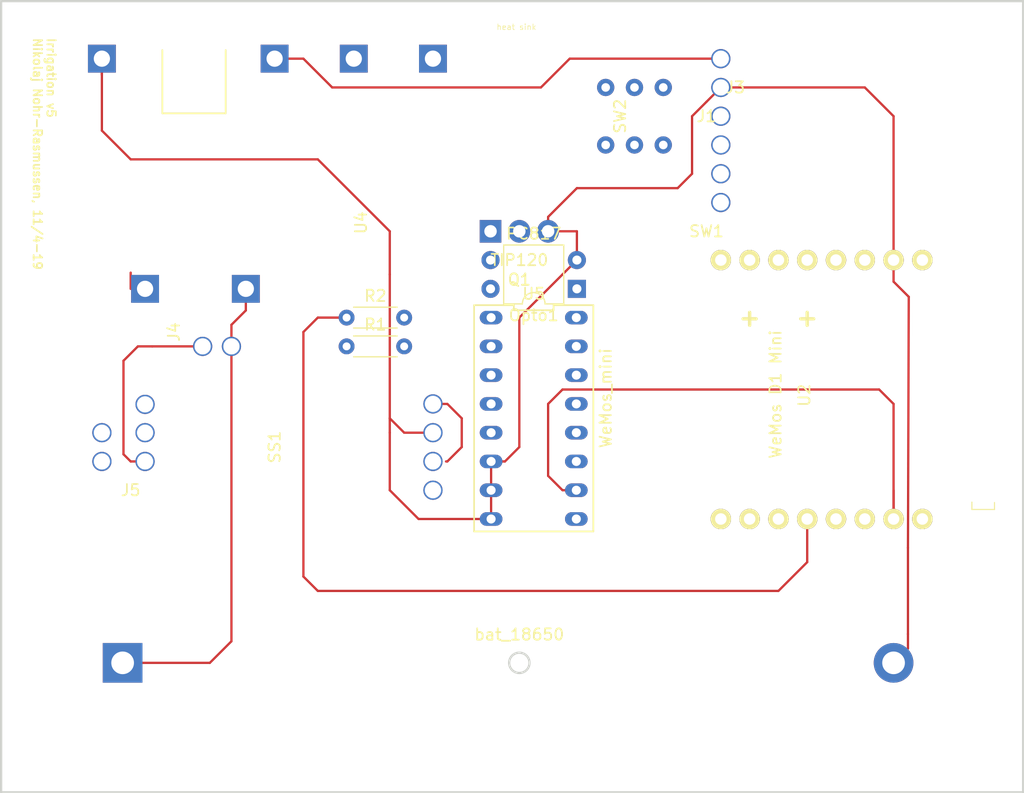
<source format=kicad_pcb>
(kicad_pcb (version 20171130) (host pcbnew "(5.0.2)-1")

  (general
    (thickness 1.6)
    (drawings 20)
    (tracks 195)
    (zones 0)
    (modules 15)
    (nets 19)
  )

  (page A4)
  (layers
    (0 "Black_(GND)" power)
    (1 "Blue_(signal_1)" signal hide)
    (2 "Yellow_(signal_2)" signal)
    (3 "Yellow2_(signal)" signal hide)
    (4 "Blue2_(signal)" signal hide)
    (31 "Red_(Power)" power hide)
    (32 B.Adhes user hide)
    (33 F.Adhes user hide)
    (34 B.Paste user)
    (35 F.Paste user)
    (36 B.SilkS user)
    (37 F.SilkS user)
    (38 B.Mask user hide)
    (39 F.Mask user hide)
    (40 Dwgs.User user hide)
    (41 Cmts.User user hide)
    (42 Eco1.User user hide)
    (43 Eco2.User user hide)
    (44 Edge.Cuts user)
    (45 Margin user)
    (46 B.CrtYd user hide)
    (47 F.CrtYd user)
    (48 B.Fab user hide)
    (49 F.Fab user hide)
  )

  (setup
    (last_trace_width 0.2)
    (trace_clearance 0.2)
    (zone_clearance 0.508)
    (zone_45_only no)
    (trace_min 0.2)
    (segment_width 0.2)
    (edge_width 0.2)
    (via_size 0.8)
    (via_drill 0.4)
    (via_min_size 0.4)
    (via_min_drill 0.3)
    (uvia_size 0.3)
    (uvia_drill 0.1)
    (uvias_allowed no)
    (uvia_min_size 0.2)
    (uvia_min_drill 0.1)
    (pcb_text_width 0.3)
    (pcb_text_size 1.5 1.5)
    (mod_edge_width 0.15)
    (mod_text_size 1 1)
    (mod_text_width 0.15)
    (pad_size 1.5 1.5)
    (pad_drill 0.6)
    (pad_to_mask_clearance 0)
    (solder_mask_min_width 0.25)
    (aux_axis_origin 0 0)
    (visible_elements 7FFFFFFF)
    (pcbplotparams
      (layerselection 0x090f0_7fffffe5)
      (usegerberextensions true)
      (usegerberattributes false)
      (usegerberadvancedattributes false)
      (creategerberjobfile false)
      (excludeedgelayer true)
      (linewidth 0.100000)
      (plotframeref false)
      (viasonmask false)
      (mode 1)
      (useauxorigin false)
      (hpglpennumber 1)
      (hpglpenspeed 20)
      (hpglpendiameter 15.000000)
      (psnegative false)
      (psa4output false)
      (plotreference true)
      (plotvalue true)
      (plotinvisibletext false)
      (padsonsilk true)
      (subtractmaskfromsilk false)
      (outputformat 1)
      (mirror false)
      (drillshape 0)
      (scaleselection 1)
      (outputdirectory "./"))
  )

  (net 0 "")
  (net 1 GND)
  (net 2 "Net-(J3-Pad2)")
  (net 3 "Net-(J3-Pad1)")
  (net 4 "Net-(Q1-Pad1)")
  (net 5 "Net-(SW1-Pad1)")
  (net 6 "Net-(Opto1-Pad1)")
  (net 7 "Net-(J1-Pad2)")
  (net 8 "Net-(R2-Pad1)")
  (net 9 "Net-(SW2-Pad2)")
  (net 10 "Net-(SW2-Pad1)")
  (net 11 "Net-(R1-Pad2)")
  (net 12 "Net-(SS1-PadA0)")
  (net 13 "Net-(U2-Pad15)")
  (net 14 "Net-(U2-Pad14)")
  (net 15 "Net-(U2-Pad10)")
  (net 16 "Net-(J4-Pad2)")
  (net 17 "Net-(J5-Pad2)")
  (net 18 "Net-(J5-Pad3)")

  (net_class Default "This is the default net class."
    (clearance 0.2)
    (trace_width 0.2)
    (via_dia 0.8)
    (via_drill 0.4)
    (uvia_dia 0.3)
    (uvia_drill 0.1)
    (add_net GND)
    (add_net "Net-(J1-Pad2)")
    (add_net "Net-(J3-Pad1)")
    (add_net "Net-(J3-Pad2)")
    (add_net "Net-(J4-Pad2)")
    (add_net "Net-(J5-Pad2)")
    (add_net "Net-(J5-Pad3)")
    (add_net "Net-(Opto1-Pad1)")
    (add_net "Net-(Q1-Pad1)")
    (add_net "Net-(R1-Pad2)")
    (add_net "Net-(R2-Pad1)")
    (add_net "Net-(SS1-PadA0)")
    (add_net "Net-(SW1-Pad1)")
    (add_net "Net-(SW2-Pad1)")
    (add_net "Net-(SW2-Pad2)")
    (add_net "Net-(U2-Pad10)")
    (add_net "Net-(U2-Pad14)")
    (add_net "Net-(U2-Pad15)")
  )

  (module footprint:BatteryHolder_MPD_BH-18650-PC2_v4 (layer "Black_(GND)") (tedit 5CAF9A70) (tstamp 5CAF9B3B)
    (at 63.5 76.2)
    (descr "18650 Battery Holder (http://www.memoryprotectiondevices.com/datasheets/BK-18650-PC2-datasheet.pdf)")
    (tags "18650 Battery Holder")
    (path /5C9C0D4A)
    (fp_text reference bat_18650 (at 0 -2.5) (layer F.SilkS)
      (effects (font (size 1 1) (thickness 0.15)))
    )
    (fp_text value Battery_Cell (at 0 -4.8) (layer F.Fab)
      (effects (font (size 1 1) (thickness 0.15)))
    )
    (fp_line (start -38.1 -10.668) (end 35.56 -10.668) (layer F.CrtYd) (width 0.05))
    (fp_line (start -38.1 10.668) (end -38.1 -10.668) (layer F.CrtYd) (width 0.05))
    (fp_circle (center 0 0) (end -1.016 -0.508) (layer F.CrtYd) (width 0.05))
    (fp_line (start 35.56 10.668) (end 35.56 -10.668) (layer F.CrtYd) (width 0.05))
    (fp_line (start -38.1 10.668) (end 35.56 10.668) (layer F.CrtYd) (width 0.05))
    (pad 2 thru_hole circle (at 33.02 0) (size 3.5 3.5) (drill 2) (layers *.Cu *.Mask)
      (net 1 GND))
    (pad 1 thru_hole rect (at -35 0) (size 3.5 3.5) (drill 2) (layers *.Cu *.Mask)
      (net 16 "Net-(J4-Pad2)"))
    (model ${KISYS3DMOD}/Battery.3dshapes/BatteryHolder_MPD_BH-18650-PC2.wrl
      (at (xyz 0 0 0))
      (scale (xyz 1 1 1))
      (rotate (xyz 0 0 0))
    )
  )

  (module footprint:onoff_push_button_2x3_pins_v2 (layer "Black_(GND)") (tedit 5CA30A07) (tstamp 5CA30AC7)
    (at 68.58 43.18 270)
    (path /5C938ACF)
    (fp_text reference SW2 (at -15.24 -3.81 270) (layer F.SilkS)
      (effects (font (size 1 1) (thickness 0.15)))
    )
    (fp_text value flash (at -15.24 -0.508 270) (layer F.Fab)
      (effects (font (size 1 1) (thickness 0.15)))
    )
    (fp_line (start -19.05 -8.89) (end -11.43 -8.89) (layer F.CrtYd) (width 0.15))
    (fp_line (start -11.43 -8.89) (end -11.43 -1.27) (layer F.CrtYd) (width 0.15))
    (fp_line (start -11.43 -1.27) (end -19.05 -1.27) (layer F.CrtYd) (width 0.15))
    (fp_line (start -19.05 -1.27) (end -19.05 -8.89) (layer F.CrtYd) (width 0.15))
    (fp_text user "Flash (down)" (at -21.844 -11.684) (layer F.Fab)
      (effects (font (size 1 1) (thickness 0.15)))
    )
    (fp_text user "Normal (up)" (at -21.844 1.016) (layer F.Fab)
      (effects (font (size 1 1) (thickness 0.15)))
    )
    (fp_line (start -17.78 -5.08) (end -21.59 -5.08) (layer F.Fab) (width 0.15))
    (fp_line (start -20.828 -5.08) (end -21.336 -5.08) (layer F.Fab) (width 0.15))
    (fp_line (start -20.32 -7.62) (end -17.78 -7.62) (layer F.Fab) (width 0.15))
    (fp_line (start -17.78 -2.54) (end -20.32 -2.54) (layer F.Fab) (width 0.15))
    (fp_circle (center -20.32 -7.62) (end -20.447 -7.6454) (layer F.Fab) (width 0.15))
    (fp_circle (center -20.3454 -2.54) (end -20.3962 -2.6416) (layer F.Fab) (width 0.15))
    (fp_circle (center -21.59 -5.08) (end -21.6916 -5.1054) (layer F.Fab) (width 0.15))
    (fp_line (start -21.59 -5.08) (end -22.86 -7.62) (layer F.Fab) (width 0.15))
    (fp_line (start -21.59 -5.08) (end -20.32 -2.54) (layer F.Fab) (width 0.05))
    (fp_text user "(1 and 2 connected when button up)" (at -16.51 -10.16 270) (layer F.CrtYd)
      (effects (font (size 0.5 0.5) (thickness 0.075)))
    )
    (pad 1 thru_hole circle (at -17.78 -7.62 270) (size 1.524 1.524) (drill 0.762) (layers *.Cu *.Mask)
      (net 10 "Net-(SW2-Pad1)"))
    (pad 2 thru_hole circle (at -17.78 -5.08 270) (size 1.524 1.524) (drill 0.762) (layers *.Cu *.Mask)
      (net 9 "Net-(SW2-Pad2)"))
    (pad NA thru_hole circle (at -12.7 -5.08 270) (size 1.524 1.524) (drill 0.762) (layers *.Cu *.Mask))
    (pad NA thru_hole circle (at -12.7 -7.62 270) (size 1.524 1.524) (drill 0.762) (layers *.Cu *.Mask))
    (pad NA thru_hole circle (at -12.7 -2.54 270) (size 1.524 1.524) (drill 0.762) (layers *.Cu *.Mask))
    (pad 3 thru_hole circle (at -17.78 -2.54 270) (size 1.524 1.524) (drill 0.762) (layers *.Cu *.Mask))
  )

  (module footprint:74HC4052_analogue_mux_v1 (layer "Black_(GND)") (tedit 5CA72754) (tstamp 5CA72CC3)
    (at 64.77 54.61 270)
    (path /5CAC48A2)
    (fp_text reference U5 (at -10.99 0) (layer F.SilkS)
      (effects (font (size 1 1) (thickness 0.15)))
    )
    (fp_text value CD4052B (at 0 0 270) (layer F.Fab)
      (effects (font (size 1 1) (thickness 0.15)))
    )
    (fp_line (start -10.15 5.4) (end -10.15 -5.4) (layer F.CrtYd) (width 0.05))
    (fp_line (start 10.15 5.4) (end -10.15 5.4) (layer F.CrtYd) (width 0.05))
    (fp_line (start 10.15 -5.4) (end 10.15 5.4) (layer F.CrtYd) (width 0.05))
    (fp_line (start -10.15 -5.4) (end 10.15 -5.4) (layer F.CrtYd) (width 0.05))
    (fp_line (start -9.99 1.753333) (end -9.99 5.259999) (layer F.SilkS) (width 0.15))
    (fp_line (start -9.54 1.753333) (end -9.99 1.753333) (layer F.SilkS) (width 0.15))
    (fp_line (start -9.54 -1.753333) (end -9.54 1.753333) (layer F.SilkS) (width 0.15))
    (fp_line (start -9.99 -1.753333) (end -9.54 -1.753333) (layer F.SilkS) (width 0.15))
    (fp_line (start -9.99 -5.26) (end -9.99 -1.753333) (layer F.SilkS) (width 0.15))
    (fp_line (start 9.99 -5.259999) (end -9.99 -5.26) (layer F.SilkS) (width 0.15))
    (fp_line (start 9.99 5.26) (end 9.99 -5.259999) (layer F.SilkS) (width 0.15))
    (fp_line (start -9.99 5.259999) (end 9.99 5.26) (layer F.SilkS) (width 0.15))
    (pad 8 thru_hole oval (at 8.89 3.76 270) (size 1.2 2) (drill 0.8) (layers *.Cu *.Mask)
      (net 1 GND))
    (pad 9 thru_hole oval (at 8.89 -3.76 270) (size 1.2 2) (drill 0.8) (layers *.Cu *.Mask)
      (net 14 "Net-(U2-Pad14)"))
    (pad 7 thru_hole oval (at 6.35 3.76 270) (size 1.2 2) (drill 0.8) (layers *.Cu *.Mask)
      (net 1 GND))
    (pad 10 thru_hole oval (at 6.35 -3.76 270) (size 1.2 2) (drill 0.8) (layers *.Cu *.Mask)
      (net 13 "Net-(U2-Pad15)"))
    (pad 6 thru_hole oval (at 3.81 3.76 270) (size 1.2 2) (drill 0.8) (layers *.Cu *.Mask)
      (net 1 GND))
    (pad 11 thru_hole oval (at 3.81 -3.76 270) (size 1.2 2) (drill 0.8) (layers *.Cu *.Mask))
    (pad 5 thru_hole oval (at 1.27 3.76 270) (size 1.2 2) (drill 0.8) (layers *.Cu *.Mask))
    (pad 12 thru_hole oval (at 1.27 -3.76 270) (size 1.2 2) (drill 0.8) (layers *.Cu *.Mask)
      (net 12 "Net-(SS1-PadA0)"))
    (pad 4 thru_hole oval (at -1.27 3.76 270) (size 1.2 2) (drill 0.8) (layers *.Cu *.Mask))
    (pad 13 thru_hole oval (at -1.27 -3.76 270) (size 1.2 2) (drill 0.8) (layers *.Cu *.Mask)
      (net 15 "Net-(U2-Pad10)"))
    (pad 3 thru_hole oval (at -3.81 3.76 270) (size 1.2 2) (drill 0.8) (layers *.Cu *.Mask))
    (pad 14 thru_hole oval (at -3.81 -3.76 270) (size 1.2 2) (drill 0.8) (layers *.Cu *.Mask)
      (net 11 "Net-(R1-Pad2)"))
    (pad 2 thru_hole oval (at -6.35 3.76 270) (size 1.2 2) (drill 0.8) (layers *.Cu *.Mask))
    (pad 15 thru_hole oval (at -6.35 -3.76 270) (size 1.2 2) (drill 0.8) (layers *.Cu *.Mask)
      (net 18 "Net-(J5-Pad3)"))
    (pad 1 thru_hole oval (at -8.89 3.76 270) (size 1.2 2) (drill 0.8) (layers *.Cu *.Mask))
    (pad 16 thru_hole oval (at -8.89 -3.76 270) (size 1.2 2) (drill 0.8) (layers *.Cu *.Mask)
      (net 17 "Net-(J5-Pad2)"))
  )

  (module footprint:2p_connector_v2 (layer "Black_(GND)") (tedit 5C9E8F0F) (tstamp 5C9BBC0A)
    (at 78.74 22.86 90)
    (path /5C4F9789)
    (fp_text reference J1 (at -5.08 1.27 180) (layer F.SilkS)
      (effects (font (size 1 1) (thickness 0.15)))
    )
    (fp_text value Sol (at -1.27 20.32 180) (layer F.Fab)
      (effects (font (size 1 1) (thickness 0.15)))
    )
    (fp_line (start -3.81 1.27) (end 1.27 1.27) (layer F.CrtYd) (width 0.15))
    (fp_line (start 1.27 1.27) (end 1.27 3.81) (layer F.CrtYd) (width 0.15))
    (fp_line (start 1.27 3.81) (end -3.81 3.81) (layer F.CrtYd) (width 0.15))
    (fp_line (start -3.81 3.81) (end -3.81 1.27) (layer F.CrtYd) (width 0.15))
    (pad 1 thru_hole circle (at -2.54 2.54 90) (size 1.7 1.7) (drill 1.43) (layers *.Cu *.Mask)
      (net 1 GND))
    (pad 2 thru_hole circle (at 0 2.54 90) (size 1.7 1.7) (drill 1.43) (layers *.Cu *.Mask)
      (net 7 "Net-(J1-Pad2)"))
  )

  (module wemos_d1_mini:D1_mini_board_v10 (layer "Black_(GND)") (tedit 5C9CC373) (tstamp 5C9BBEBB)
    (at 106.68 45.72 90)
    (path /5C4F9AC3)
    (fp_text reference U2 (at -6.858 -18.034 90) (layer F.SilkS)
      (effects (font (size 1 1) (thickness 0.15)))
    )
    (fp_text value WeMos_mini (at -7.112 -35.56 90) (layer F.SilkS)
      (effects (font (size 1 1) (thickness 0.15)))
    )
    (fp_text user "WeMos D1 Mini" (at -6.776942 -20.574 90) (layer F.SilkS)
      (effects (font (size 1 1) (thickness 0.15)))
    )
    (fp_line (start -3.597292 -5.442549) (end -10.736873 -5.442549) (layer F.CrtYd) (width 0.1))
    (fp_line (start -10.736873 -5.442549) (end -10.736873 0.371188) (layer F.CrtYd) (width 0.1))
    (fp_line (start -10.736873 0.371188) (end -3.597292 0.371188) (layer F.CrtYd) (width 0.1))
    (fp_line (start -3.597292 0.371188) (end -3.597292 -5.442549) (layer F.CrtYd) (width 0.1))
    (fp_line (start -16.28582 -3.248262) (end -16.938459 -3.248262) (layer F.SilkS) (width 0.1))
    (fp_line (start -16.938459 -3.248262) (end -16.938459 -1.255068) (layer F.SilkS) (width 0.1))
    (fp_line (start -16.938459 -1.255068) (end -16.321098 -1.255068) (layer F.SilkS) (width 0.1))
    (fp_line (start 6.604 1.016) (end -16.256 1.016) (layer F.CrtYd) (width 0.15))
    (fp_line (start -16.256 1.016) (end -16.256 -5.842) (layer F.CrtYd) (width 0.15))
    (fp_line (start -19.558 -5.842) (end -19.558 -34.544) (layer F.CrtYd) (width 0.15))
    (fp_line (start -19.558 -34.544) (end 6.604 -34.544) (layer F.CrtYd) (width 0.15))
    (fp_line (start 6.604 -34.544) (end 6.604 1.016) (layer F.CrtYd) (width 0.15))
    (fp_text user RST (at -22.016942 -25.654 90) (layer F.Fab)
      (effects (font (size 1 1) (thickness 0.15)))
    )
    (fp_text user 3V3 (at -22.016942 -7.874 90) (layer F.Fab)
      (effects (font (size 1 1) (thickness 0.15)))
    )
    (fp_text user 5V (at 8.463058 -7.874 90) (layer F.Fab)
      (effects (font (size 1 1) (thickness 0.15)))
    )
    (fp_text user GND (at 8.463058 -10.414 90) (layer F.Fab)
      (effects (font (size 1 1) (thickness 0.15)))
    )
    (fp_text user A0 (at -22.016942 -23.114 90) (layer F.Fab)
      (effects (font (size 1 1) (thickness 0.15)))
    )
    (fp_line (start -16.256 -5.842) (end -19.558 -5.842) (layer F.CrtYd) (width 0.15))
    (fp_text user D0 (at -22.098 -20.574 90) (layer F.Fab)
      (effects (font (size 1 1) (thickness 0.15)))
    )
    (fp_text user D5 (at -22.016942 -18.034 90) (layer F.Fab)
      (effects (font (size 1 1) (thickness 0.15)))
    )
    (fp_text user D6 (at -22.016942 -15.494 90) (layer F.Fab)
      (effects (font (size 1 1) (thickness 0.15)))
    )
    (fp_text user D7 (at -22.016942 -12.954 90) (layer F.Fab)
      (effects (font (size 1 1) (thickness 0.15)))
    )
    (fp_text user D8 (at -22.016942 -10.414 90) (layer F.Fab)
      (effects (font (size 1 1) (thickness 0.15)))
    )
    (fp_text user TX (at 7.747 -25.654 90) (layer F.Fab)
      (effects (font (size 1 1) (thickness 0.15)))
    )
    (fp_text user RX (at 7.874 -22.987 90) (layer F.Fab)
      (effects (font (size 1 1) (thickness 0.15)))
    )
    (fp_text user D1 (at 8.463058 -20.32 90) (layer F.Fab)
      (effects (font (size 1 1) (thickness 0.15)))
    )
    (fp_text user D2 (at 8.463058 -18.034 90) (layer F.Fab)
      (effects (font (size 1 1) (thickness 0.15)))
    )
    (fp_text user D3 (at 8.463058 -15.494 90) (layer F.Fab)
      (effects (font (size 1 1) (thickness 0.15)))
    )
    (fp_text user D4 (at 8.463058 -12.954 90) (layer F.Fab)
      (effects (font (size 1 1) (thickness 0.15)))
    )
    (pad 8 thru_hole circle (at 5.08 -25.4 90) (size 1.8 1.8) (drill 1.016) (layers *.Cu *.Mask F.SilkS))
    (pad 7 thru_hole circle (at 5.08 -22.86 90) (size 1.8 1.8) (drill 1.016) (layers *.Cu *.Mask F.SilkS))
    (pad 6 thru_hole circle (at 5.08 -20.32 90) (size 1.8 1.8) (drill 1.016) (layers *.Cu *.Mask F.SilkS)
      (net 6 "Net-(Opto1-Pad1)"))
    (pad 5 thru_hole circle (at 5.08 -17.78 90) (size 1.8 1.8) (drill 1.016) (layers *.Cu *.Mask F.SilkS))
    (pad 4 thru_hole circle (at 5.08 -15.24 90) (size 1.8 1.8) (drill 1.016) (layers *.Cu *.Mask F.SilkS))
    (pad 3 thru_hole circle (at 5.08 -12.7 90) (size 1.8 1.8) (drill 1.016) (layers *.Cu *.Mask F.SilkS))
    (pad 2 thru_hole circle (at 5.08 -10.16 90) (size 1.8 1.8) (drill 1.016) (layers *.Cu *.Mask F.SilkS)
      (net 1 GND))
    (pad 1 thru_hole circle (at 5.08 -7.62 90) (size 1.8 1.8) (drill 1.016) (layers *.Cu *.Mask F.SilkS)
      (net 2 "Net-(J3-Pad2)"))
    (pad 16 thru_hole circle (at -17.78 -7.62 90) (size 1.8 1.8) (drill 1.016) (layers *.Cu *.Mask F.SilkS))
    (pad 15 thru_hole circle (at -17.78 -10.16 90) (size 1.8 1.8) (drill 1.016) (layers *.Cu *.Mask F.SilkS)
      (net 13 "Net-(U2-Pad15)"))
    (pad 14 thru_hole circle (at -17.78 -12.7 90) (size 1.8 1.8) (drill 1.016) (layers *.Cu *.Mask F.SilkS)
      (net 14 "Net-(U2-Pad14)"))
    (pad 13 thru_hole circle (at -17.78 -15.24 90) (size 1.8 1.8) (drill 1.016) (layers *.Cu *.Mask F.SilkS))
    (pad 12 thru_hole circle (at -17.78 -17.78 90) (size 1.8 1.8) (drill 1.016) (layers *.Cu *.Mask F.SilkS)
      (net 8 "Net-(R2-Pad1)"))
    (pad 11 thru_hole circle (at -17.78 -20.32 90) (size 1.8 1.8) (drill 1.016) (layers *.Cu *.Mask F.SilkS)
      (net 10 "Net-(SW2-Pad1)"))
    (pad 10 thru_hole circle (at -17.78 -22.86 90) (size 1.8 1.8) (drill 1.016) (layers *.Cu *.Mask F.SilkS)
      (net 15 "Net-(U2-Pad10)"))
    (pad 9 thru_hole circle (at -17.78 -25.4 90) (size 1.8 1.8) (drill 1.016) (layers *.Cu *.Mask F.SilkS)
      (net 9 "Net-(SW2-Pad2)"))
  )

  (module footprint:2p_connector_v2 (layer "Black_(GND)") (tedit 5C5AE479) (tstamp 5C9BBC1E)
    (at 83.82 30.48 270)
    (path /5C4F97F0)
    (fp_text reference J3 (at -5.08 1.27) (layer F.SilkS)
      (effects (font (size 1 1) (thickness 0.15)))
    )
    (fp_text value Valve (at -1.524 -15.113) (layer F.Fab)
      (effects (font (size 1 1) (thickness 0.15)))
    )
    (fp_line (start -3.81 3.81) (end -3.81 1.27) (layer F.CrtYd) (width 0.15))
    (fp_line (start 1.27 3.81) (end -3.81 3.81) (layer F.CrtYd) (width 0.15))
    (fp_line (start 1.27 1.27) (end 1.27 3.81) (layer F.CrtYd) (width 0.15))
    (fp_line (start -3.81 1.27) (end 1.27 1.27) (layer F.CrtYd) (width 0.15))
    (pad 2 thru_hole circle (at 0 2.54 270) (size 1.7 1.7) (drill 1.43) (layers *.Cu *.Mask)
      (net 2 "Net-(J3-Pad2)"))
    (pad 1 thru_hole circle (at -2.54 2.54 270) (size 1.7 1.7) (drill 1.43) (layers *.Cu *.Mask)
      (net 3 "Net-(J3-Pad1)"))
  )

  (module Package_DIP:DIP-4_W7.62mm (layer "Black_(GND)") (tedit 5C9CC2D5) (tstamp 5C9BBC4B)
    (at 68.58 43.18 180)
    (descr "4-lead though-hole mounted DIP package, row spacing 7.62 mm (300 mils)")
    (tags "THT DIP DIL PDIP 2.54mm 7.62mm 300mil")
    (path /5C922828)
    (fp_text reference Opto1 (at 3.81 -2.33 180) (layer F.SilkS)
      (effects (font (size 1 1) (thickness 0.15)))
    )
    (fp_text value PC817 (at 3.81 4.87 180) (layer F.SilkS)
      (effects (font (size 1 1) (thickness 0.15)))
    )
    (fp_arc (start 3.81 -1.33) (end 2.81 -1.33) (angle -180) (layer F.SilkS) (width 0.12))
    (fp_line (start 1.635 -1.27) (end 6.985 -1.27) (layer F.Fab) (width 0.1))
    (fp_line (start 6.985 -1.27) (end 6.985 3.81) (layer F.Fab) (width 0.1))
    (fp_line (start 6.985 3.81) (end 0.635 3.81) (layer F.Fab) (width 0.1))
    (fp_line (start 0.635 3.81) (end 0.635 -0.27) (layer F.Fab) (width 0.1))
    (fp_line (start 0.635 -0.27) (end 1.635 -1.27) (layer F.Fab) (width 0.1))
    (fp_line (start 2.81 -1.33) (end 1.16 -1.33) (layer F.SilkS) (width 0.12))
    (fp_line (start 1.16 -1.33) (end 1.16 3.87) (layer F.SilkS) (width 0.12))
    (fp_line (start 1.16 3.87) (end 6.46 3.87) (layer F.SilkS) (width 0.12))
    (fp_line (start 6.46 3.87) (end 6.46 -1.33) (layer F.SilkS) (width 0.12))
    (fp_line (start 6.46 -1.33) (end 4.81 -1.33) (layer F.SilkS) (width 0.12))
    (fp_line (start -1.1 -1.55) (end -1.1 4.1) (layer F.CrtYd) (width 0.05))
    (fp_line (start -1.1 4.1) (end 8.7 4.1) (layer F.CrtYd) (width 0.05))
    (fp_line (start 8.7 4.1) (end 8.7 -1.55) (layer F.CrtYd) (width 0.05))
    (fp_line (start 8.7 -1.55) (end -1.1 -1.55) (layer F.CrtYd) (width 0.05))
    (fp_text user %R (at 3.81 1.27 180) (layer F.Fab)
      (effects (font (size 1 1) (thickness 0.15)))
    )
    (pad 1 thru_hole rect (at 0 0 180) (size 1.6 1.6) (drill 0.8) (layers *.Cu *.Mask)
      (net 6 "Net-(Opto1-Pad1)"))
    (pad 3 thru_hole oval (at 7.62 2.54 180) (size 1.6 1.6) (drill 0.8) (layers *.Cu *.Mask)
      (net 17 "Net-(J5-Pad2)"))
    (pad 2 thru_hole oval (at 0 2.54 180) (size 1.6 1.6) (drill 0.8) (layers *.Cu *.Mask)
      (net 1 GND))
    (pad 4 thru_hole oval (at 7.62 0 180) (size 1.6 1.6) (drill 0.8) (layers *.Cu *.Mask)
      (net 2 "Net-(J3-Pad2)"))
    (model ${KISYS3DMOD}/Package_DIP.3dshapes/DIP-4_W7.62mm.wrl
      (at (xyz 0 0 0))
      (scale (xyz 1 1 1))
      (rotate (xyz 0 0 0))
    )
  )

  (module Resistor_THT:R_Axial_DIN0204_L3.6mm_D1.6mm_P5.08mm_Horizontal (layer "Black_(GND)") (tedit 5AE5139B) (tstamp 5C9BBC5E)
    (at 48.26 48.26)
    (descr "Resistor, Axial_DIN0204 series, Axial, Horizontal, pin pitch=5.08mm, 0.167W, length*diameter=3.6*1.6mm^2, http://cdn-reichelt.de/documents/datenblatt/B400/1_4W%23YAG.pdf")
    (tags "Resistor Axial_DIN0204 series Axial Horizontal pin pitch 5.08mm 0.167W length 3.6mm diameter 1.6mm")
    (path /5C4F9DC6)
    (fp_text reference R1 (at 2.54 -1.92) (layer F.SilkS)
      (effects (font (size 1 1) (thickness 0.15)))
    )
    (fp_text value 100k (at -3.302 0) (layer F.Fab)
      (effects (font (size 1 1) (thickness 0.15)))
    )
    (fp_text user %R (at 2.54 0) (layer F.Fab)
      (effects (font (size 0.72 0.72) (thickness 0.108)))
    )
    (fp_line (start 6.03 -1.05) (end -0.95 -1.05) (layer F.CrtYd) (width 0.05))
    (fp_line (start 6.03 1.05) (end 6.03 -1.05) (layer F.CrtYd) (width 0.05))
    (fp_line (start -0.95 1.05) (end 6.03 1.05) (layer F.CrtYd) (width 0.05))
    (fp_line (start -0.95 -1.05) (end -0.95 1.05) (layer F.CrtYd) (width 0.05))
    (fp_line (start 0.62 0.92) (end 4.46 0.92) (layer F.SilkS) (width 0.12))
    (fp_line (start 0.62 -0.92) (end 4.46 -0.92) (layer F.SilkS) (width 0.12))
    (fp_line (start 5.08 0) (end 4.34 0) (layer F.Fab) (width 0.1))
    (fp_line (start 0 0) (end 0.74 0) (layer F.Fab) (width 0.1))
    (fp_line (start 4.34 -0.8) (end 0.74 -0.8) (layer F.Fab) (width 0.1))
    (fp_line (start 4.34 0.8) (end 4.34 -0.8) (layer F.Fab) (width 0.1))
    (fp_line (start 0.74 0.8) (end 4.34 0.8) (layer F.Fab) (width 0.1))
    (fp_line (start 0.74 -0.8) (end 0.74 0.8) (layer F.Fab) (width 0.1))
    (pad 2 thru_hole oval (at 5.08 0) (size 1.4 1.4) (drill 0.7) (layers *.Cu *.Mask)
      (net 11 "Net-(R1-Pad2)"))
    (pad 1 thru_hole circle (at 0 0) (size 1.4 1.4) (drill 0.7) (layers *.Cu *.Mask)
      (net 16 "Net-(J4-Pad2)"))
    (model ${KISYS3DMOD}/Resistor_THT.3dshapes/R_Axial_DIN0204_L3.6mm_D1.6mm_P5.08mm_Horizontal.wrl
      (at (xyz 0 0 0))
      (scale (xyz 1 1 1))
      (rotate (xyz 0 0 0))
    )
  )

  (module Resistor_THT:R_Axial_DIN0204_L3.6mm_D1.6mm_P5.08mm_Horizontal (layer "Black_(GND)") (tedit 5AE5139B) (tstamp 5C9BBC71)
    (at 48.26 45.72)
    (descr "Resistor, Axial_DIN0204 series, Axial, Horizontal, pin pitch=5.08mm, 0.167W, length*diameter=3.6*1.6mm^2, http://cdn-reichelt.de/documents/datenblatt/B400/1_4W%23YAG.pdf")
    (tags "Resistor Axial_DIN0204 series Axial Horizontal pin pitch 5.08mm 0.167W length 3.6mm diameter 1.6mm")
    (path /5C4F22D3)
    (fp_text reference R2 (at 2.54 -1.92) (layer F.SilkS)
      (effects (font (size 1 1) (thickness 0.15)))
    )
    (fp_text value 5k (at -2.286 0.889) (layer F.Fab)
      (effects (font (size 1 1) (thickness 0.15)))
    )
    (fp_line (start 0.74 -0.8) (end 0.74 0.8) (layer F.Fab) (width 0.1))
    (fp_line (start 0.74 0.8) (end 4.34 0.8) (layer F.Fab) (width 0.1))
    (fp_line (start 4.34 0.8) (end 4.34 -0.8) (layer F.Fab) (width 0.1))
    (fp_line (start 4.34 -0.8) (end 0.74 -0.8) (layer F.Fab) (width 0.1))
    (fp_line (start 0 0) (end 0.74 0) (layer F.Fab) (width 0.1))
    (fp_line (start 5.08 0) (end 4.34 0) (layer F.Fab) (width 0.1))
    (fp_line (start 0.62 -0.92) (end 4.46 -0.92) (layer F.SilkS) (width 0.12))
    (fp_line (start 0.62 0.92) (end 4.46 0.92) (layer F.SilkS) (width 0.12))
    (fp_line (start -0.95 -1.05) (end -0.95 1.05) (layer F.CrtYd) (width 0.05))
    (fp_line (start -0.95 1.05) (end 6.03 1.05) (layer F.CrtYd) (width 0.05))
    (fp_line (start 6.03 1.05) (end 6.03 -1.05) (layer F.CrtYd) (width 0.05))
    (fp_line (start 6.03 -1.05) (end -0.95 -1.05) (layer F.CrtYd) (width 0.05))
    (fp_text user %R (at 2.54 0) (layer F.Fab)
      (effects (font (size 0.72 0.72) (thickness 0.108)))
    )
    (pad 1 thru_hole circle (at 0 0) (size 1.4 1.4) (drill 0.7) (layers *.Cu *.Mask)
      (net 8 "Net-(R2-Pad1)"))
    (pad 2 thru_hole oval (at 5.08 0) (size 1.4 1.4) (drill 0.7) (layers *.Cu *.Mask)
      (net 4 "Net-(Q1-Pad1)"))
    (model ${KISYS3DMOD}/Resistor_THT.3dshapes/R_Axial_DIN0204_L3.6mm_D1.6mm_P5.08mm_Horizontal.wrl
      (at (xyz 0 0 0))
      (scale (xyz 1 1 1))
      (rotate (xyz 0 0 0))
    )
  )

  (module "footprint:Soil sensor_v4" (layer "Black_(GND)") (tedit 5C989D0D) (tstamp 5C9BBC7F)
    (at 57.15 50.8 270)
    (path /5C4FA314)
    (fp_text reference SS1 (at 6.35 15.24 270) (layer F.SilkS)
      (effects (font (size 1 1) (thickness 0.15)))
    )
    (fp_text value SOIL_SENSOR (at 6.35 10.16 270) (layer F.Fab)
      (effects (font (size 1 1) (thickness 0.15)))
    )
    (fp_line (start 12.7 0) (end 0 0) (layer F.CrtYd) (width 0.15))
    (fp_line (start 0 0) (end 0 31.75) (layer F.CrtYd) (width 0.15))
    (fp_line (start 0 31.75) (end 12.7 31.75) (layer F.CrtYd) (width 0.15))
    (fp_line (start 12.7 31.75) (end 12.7 0) (layer F.CrtYd) (width 0.15))
    (pad A0 thru_hole circle (at 10.16 1.27 270) (size 1.7 1.7) (drill 1.43) (layers *.Cu *.Mask)
      (net 12 "Net-(SS1-PadA0)"))
    (pad D0 thru_hole circle (at 7.62 1.27 270) (size 1.7 1.7) (drill 1.43) (layers *.Cu *.Mask)
      (net 17 "Net-(J5-Pad2)"))
    (pad GND thru_hole circle (at 5.08 1.27 270) (size 1.7 1.7) (drill 1.43) (layers *.Cu *.Mask)
      (net 1 GND))
    (pad VCC thru_hole circle (at 2.54 1.27 270) (size 1.7 1.7) (drill 1.43) (layers *.Cu *.Mask)
      (net 17 "Net-(J5-Pad2)"))
    (pad - thru_hole circle (at 7.62 30.48 270) (size 1.7 1.7) (drill 1.43) (layers *.Cu *.Mask))
    (pad + thru_hole circle (at 5.08 30.48 270) (size 1.7 1.7) (drill 1.43) (layers *.Cu *.Mask))
  )

  (module footprint:2p_connector_v2 (layer "Black_(GND)") (tedit 5C9CC305) (tstamp 5C9BBC89)
    (at 78.74 33.02 90)
    (path /5C4F30A2)
    (fp_text reference SW1 (at -5.08 1.27 180) (layer F.SilkS)
      (effects (font (size 1 1) (thickness 0.15)))
    )
    (fp_text value ON/OFF (at -0.635 20.447 180) (layer F.Fab)
      (effects (font (size 1 1) (thickness 0.15)))
    )
    (fp_line (start -3.81 1.27) (end 1.27 1.27) (layer F.CrtYd) (width 0.15))
    (fp_line (start 1.27 1.27) (end 1.27 3.81) (layer F.CrtYd) (width 0.15))
    (fp_line (start 1.27 3.81) (end -3.81 3.81) (layer F.CrtYd) (width 0.15))
    (fp_line (start -3.81 3.81) (end -3.81 1.27) (layer F.CrtYd) (width 0.15))
    (pad 1 thru_hole circle (at -2.54 2.54 90) (size 1.7 1.7) (drill 1.43) (layers *.Cu *.Mask)
      (net 5 "Net-(SW1-Pad1)"))
    (pad 2 thru_hole circle (at 0 2.54 90) (size 1.7 1.7) (drill 1.43) (layers *.Cu *.Mask)
      (net 2 "Net-(J3-Pad2)"))
  )

  (module footprint:TIP120_flat_v2 (layer "Black_(GND)") (tedit 5C9CC2DE) (tstamp 5C9C9FFD)
    (at 66.04 38.1 180)
    (descr "TO-220-3, Vertical, RM 2.54mm, see https://www.vishay.com/docs/66542/to-220-1.pdf")
    (tags "TO-220-3 Vertical RM 2.54mm")
    (path /5C4F21EB)
    (fp_text reference Q1 (at 2.54 -4.27 180) (layer F.SilkS)
      (effects (font (size 1 1) (thickness 0.15)))
    )
    (fp_text value TIP120 (at 2.54 -2.54 180) (layer F.SilkS)
      (effects (font (size 1 1) (thickness 0.15)))
    )
    (fp_circle (center 2.54 16.002) (end 3.675923 16.002) (layer F.CrtYd) (width 0.15))
    (fp_line (start 4.064 -1.27) (end 6.096 -1.27) (layer F.CrtYd) (width 0.15))
    (fp_line (start 1.524 -1.27) (end 3.556 -1.27) (layer F.CrtYd) (width 0.15))
    (fp_line (start -1.016 -1.27) (end 1.016 -1.27) (layer F.CrtYd) (width 0.15))
    (fp_line (start 6.096 6.858) (end 6.096 -1.27) (layer F.CrtYd) (width 0.15))
    (fp_line (start 4.064 6.858) (end 4.064 -1.27) (layer F.CrtYd) (width 0.15))
    (fp_line (start 3.556 6.858) (end 3.556 -1.27) (layer F.CrtYd) (width 0.15))
    (fp_line (start 1.524 6.858) (end 1.524 -1.27) (layer F.CrtYd) (width 0.15))
    (fp_line (start 1.016 6.858) (end 1.016 -1.27) (layer F.CrtYd) (width 0.15))
    (fp_line (start 7.62 6.858) (end 7.62 17.272) (layer F.CrtYd) (width 0.15))
    (fp_line (start -2.54 6.858) (end 7.62 6.858) (layer F.CrtYd) (width 0.15))
    (fp_line (start -2.54 17.272) (end -2.54 6.858) (layer F.CrtYd) (width 0.15))
    (fp_line (start -0.762 19.05) (end -2.54 17.272) (layer F.CrtYd) (width 0.15))
    (fp_line (start 5.842 19.05) (end -0.762 19.05) (layer F.CrtYd) (width 0.15))
    (fp_line (start 7.62 17.272) (end 5.842 19.05) (layer F.CrtYd) (width 0.15))
    (fp_text user %R (at 2.54 -4.27 180) (layer F.SilkS)
      (effects (font (size 1 1) (thickness 0.15)))
    )
    (fp_line (start -2.54 13.462) (end 7.62 13.462) (layer F.CrtYd) (width 0.15))
    (fp_line (start -1.016 6.858) (end -1.016 -1.27) (layer F.CrtYd) (width 0.15))
    (fp_text user "heat sink" (at 2.794 18.034 180) (layer F.SilkS)
      (effects (font (size 0.5 0.5) (thickness 0.06)))
    )
    (fp_text user B (at 6.985 -1.143 180) (layer F.Fab)
      (effects (font (size 1 1) (thickness 0.15)))
    )
    (fp_text user E (at -1.778 0.127 180) (layer F.Fab)
      (effects (font (size 1 1) (thickness 0.15)))
    )
    (pad 1 thru_hole rect (at 5.08 0 180) (size 1.905 2) (drill 1.1) (layers *.Cu *.Mask)
      (net 4 "Net-(Q1-Pad1)"))
    (pad 2 thru_hole oval (at 2.54 0 180) (size 1.905 2) (drill 1.1) (layers *.Cu *.Mask)
      (net 3 "Net-(J3-Pad1)"))
    (pad 3 thru_hole oval (at 0 0 180) (size 1.905 2) (drill 1.1) (layers *.Cu *.Mask)
      (net 1 GND))
    (model ${KISYS3DMOD}/Package_TO_SOT_THT.3dshapes/TO-220-3_Vertical.wrl
      (at (xyz 0 0 0))
      (scale (xyz 1 1 1))
      (rotate (xyz 0 0 0))
    )
  )

  (module footprint:2p_connector_v2 (layer "Black_(GND)") (tedit 5C5AE479) (tstamp 5CAF72C4)
    (at 38.1 45.72)
    (path /5CAF6943)
    (fp_text reference J4 (at -5.08 1.27 90) (layer F.SilkS)
      (effects (font (size 1 1) (thickness 0.15)))
    )
    (fp_text value Batt (at -1.27 5.08) (layer F.Fab)
      (effects (font (size 1 1) (thickness 0.15)))
    )
    (fp_line (start -3.81 1.27) (end 1.27 1.27) (layer F.CrtYd) (width 0.15))
    (fp_line (start 1.27 1.27) (end 1.27 3.81) (layer F.CrtYd) (width 0.15))
    (fp_line (start 1.27 3.81) (end -3.81 3.81) (layer F.CrtYd) (width 0.15))
    (fp_line (start -3.81 3.81) (end -3.81 1.27) (layer F.CrtYd) (width 0.15))
    (pad 1 thru_hole circle (at -2.54 2.54) (size 1.7 1.7) (drill 1.43) (layers *.Cu *.Mask)
      (net 1 GND))
    (pad 2 thru_hole circle (at 0 2.54) (size 1.7 1.7) (drill 1.43) (layers *.Cu *.Mask)
      (net 16 "Net-(J4-Pad2)"))
  )

  (module footprint:3p_connector_v1 (layer "Black_(GND)") (tedit 5CAF6C81) (tstamp 5CAF72E0)
    (at 27.94 55.88 90)
    (path /5CB0FBBE)
    (fp_text reference J5 (at -5.08 1.27 180) (layer F.SilkS)
      (effects (font (size 1 1) (thickness 0.15)))
    )
    (fp_text value "Spare connection" (at -1.27 5.08 90) (layer F.Fab)
      (effects (font (size 1 1) (thickness 0.15)))
    )
    (fp_line (start -3.81 1.27) (end 3.81 1.27) (layer F.CrtYd) (width 0.15))
    (fp_line (start 3.81 1.27) (end 3.81 3.81) (layer F.CrtYd) (width 0.15))
    (fp_line (start 3.81 3.81) (end -3.81 3.81) (layer F.CrtYd) (width 0.15))
    (fp_line (start -3.81 3.81) (end -3.81 1.27) (layer F.CrtYd) (width 0.15))
    (pad 1 thru_hole circle (at -2.54 2.54 90) (size 1.7 1.7) (drill 1.43) (layers *.Cu *.Mask)
      (net 1 GND))
    (pad 2 thru_hole circle (at 0 2.54 90) (size 1.7 1.7) (drill 1.43) (layers *.Cu *.Mask)
      (net 17 "Net-(J5-Pad2)"))
    (pad 3 thru_hole circle (at 2.5 2.54 90) (size 1.7 1.7) (drill 1.43) (layers *.Cu *.Mask)
      (net 18 "Net-(J5-Pad3)"))
  )

  (module footprint:J5019_v5 (layer "Black_(GND)") (tedit 5CAF996A) (tstamp 5CAF9B45)
    (at 58.42 20.32 270)
    (path /5C94F80F)
    (fp_text reference U4 (at 17.018 8.89 270) (layer F.SilkS)
      (effects (font (size 1 1) (thickness 0.15)))
    )
    (fp_text value J5019 (at 15.748 6.35 270) (layer F.Fab)
      (effects (font (size 1 1) (thickness 0.15)))
    )
    (fp_line (start 1.27 1.27) (end 1.27 33.02) (layer F.CrtYd) (width 0.15))
    (fp_line (start 1.27 33.02) (end 25.4 33.02) (layer F.CrtYd) (width 0.15))
    (fp_line (start 25.4 1.27) (end 1.27 1.27) (layer F.CrtYd) (width 0.15))
    (fp_line (start 25.4 1.27) (end 25.4 33.02) (layer F.CrtYd) (width 0.15))
    (fp_line (start 1.778 20.828) (end 7.366 20.828) (layer F.SilkS) (width 0.15))
    (fp_line (start 7.366 20.828) (end 7.366 26.416) (layer F.SilkS) (width 0.15))
    (fp_line (start 7.366 26.416) (end 1.778 26.416) (layer F.SilkS) (width 0.15))
    (pad 6 thru_hole rect (at 2.54 31.75 270) (size 2.46 2.46) (drill 1.43) (layers *.Cu *.Mask)
      (net 1 GND))
    (pad 5 thru_hole rect (at 2.54 16.51 270) (size 2.46 2.46) (drill 1.43) (layers *.Cu *.Mask)
      (net 7 "Net-(J1-Pad2)"))
    (pad 4 thru_hole rect (at 2.54 2.54 270) (size 2.46 2.46) (drill 1.43) (layers *.Cu *.Mask)
      (net 5 "Net-(SW1-Pad1)"))
    (pad 3 thru_hole rect (at 22.86 19.05 270) (size 2.46 2.46) (drill 1.43) (layers *.Cu *.Mask)
      (net 16 "Net-(J4-Pad2)"))
    (pad 1 thru_hole rect (at 2.54 9.525 270) (size 2.46 2.46) (drill 1.43) (layers *.Cu *.Mask))
    (pad 2 thru_hole rect (at 22.86 27.94 270) (size 2.46 2.46) (drill 1.43) (layers *.Cu *.Mask))
  )

  (gr_text "Irrigation v5\nNikolaj Nohr-Rasmussen, 11/4-19" (at 21.59 20.955 270) (layer F.SilkS)
    (effects (font (size 0.75 0.75) (thickness 0.15)) (justify left))
  )
  (gr_circle (center 63.5 76.2) (end 64.135 76.835) (layer Edge.Cuts) (width 0.2))
  (gr_line (start 100.965 78.74) (end 24.765 78.74) (layer Margin) (width 0.2))
  (gr_text + (at 41.91 74.93) (layer F.Fab)
    (effects (font (size 3 3) (thickness 0.6)))
  )
  (gr_text - (at 87.63 74.93) (layer F.Fab)
    (effects (font (size 3 3) (thickness 0.6)))
  )
  (gr_text "NA(gnd)" (at 29.083 47.117) (layer F.Fab)
    (effects (font (size 1 1) (thickness 0.15)))
  )
  (gr_text "NA(gnd)" (at 48.895 19.05) (layer F.Fab)
    (effects (font (size 1 1) (thickness 0.15)))
  )
  (gr_circle (center 69.85 43.18) (end 69.977 43.688) (layer F.Fab) (width 0.2))
  (gr_text - (at 95.377 25.4 90) (layer F.Fab)
    (effects (font (size 1.5 1.5) (thickness 0.3)))
  )
  (gr_text + (at 95.377 22.606) (layer F.Fab)
    (effects (font (size 1.5 1.5) (thickness 0.3)))
  )
  (gr_text + (at 83.82 45.72) (layer F.SilkS)
    (effects (font (size 1.5 1.5) (thickness 0.3)) (justify mirror))
  )
  (gr_text + (at 88.9 45.72) (layer F.SilkS)
    (effects (font (size 1.5 1.5) (thickness 0.3)) (justify mirror))
  )
  (gr_line (start 24.765 78.74) (end 24.765 20.955) (layer Margin) (width 0.2))
  (gr_line (start 100.965 20.955) (end 100.965 78.74) (layer Margin) (width 0.2))
  (gr_line (start 24.765 20.955) (end 100.965 20.955) (layer Margin) (width 0.2))
  (gr_line (start 17.78 87.63) (end 17.78 17.78) (layer Edge.Cuts) (width 0.2))
  (gr_line (start 107.95 87.63) (end 17.78 87.63) (layer Edge.Cuts) (width 0.2))
  (gr_line (start 107.95 17.78) (end 107.95 87.63) (layer Edge.Cuts) (width 0.2))
  (gr_line (start 17.78 17.78) (end 107.95 17.78) (layer Edge.Cuts) (width 0.2))
  (gr_line (start 15.24 12.7) (end 115.57 12.7) (layer Eco2.User) (width 0.2))

  (segment (start 26.67 22.86) (end 26.67 24.29) (width 0.2) (layer "Black_(GND)") (net 1) (status 10))
  (segment (start 29.21 43.18) (end 29.21 41.75) (width 0.2) (layer "Black_(GND)") (net 0))
  (segment (start 61.01 63.5) (end 61.01 61.01) (width 0.2) (layer "Black_(GND)") (net 1) (status 30))
  (segment (start 61.01 60.96) (end 61.01 58.42) (width 0.2) (layer "Black_(GND)") (net 1) (status 30))
  (segment (start 61.01 63.5) (end 61.41 63.5) (width 0.2) (layer "Black_(GND)") (net 1) (status 30))
  (segment (start 63.5 45.72) (end 67.31 41.91) (width 0.2) (layer "Black_(GND)") (net 1))
  (segment (start 68.58 38.1) (end 66.04 38.1) (width 0.2) (layer "Black_(GND)") (net 1) (status 20))
  (segment (start 68.58 40.64) (end 68.58 38.1) (width 0.2) (layer "Black_(GND)") (net 1) (status 10))
  (segment (start 67.31 41.91) (end 68.58 40.64) (width 0.2) (layer "Black_(GND)") (net 1) (status 20))
  (segment (start 52.07 41.91) (end 52.07 38.1) (width 0.2) (layer "Black_(GND)") (net 1))
  (segment (start 52.07 38.1) (end 45.72 31.75) (width 0.2) (layer "Black_(GND)") (net 1))
  (segment (start 45.72 31.75) (end 29.21 31.75) (width 0.2) (layer "Black_(GND)") (net 1))
  (segment (start 29.21 31.75) (end 26.67 29.21) (width 0.2) (layer "Black_(GND)") (net 1))
  (segment (start 26.67 29.21) (end 26.67 22.86) (width 0.2) (layer "Black_(GND)") (net 1) (status 20))
  (segment (start 80.01 26.67) (end 81.28 25.4) (width 0.2) (layer "Black_(GND)") (net 1) (status 20))
  (segment (start 78.74 27.94) (end 80.01 26.67) (width 0.2) (layer "Black_(GND)") (net 1))
  (segment (start 78.74 33.02) (end 78.74 27.94) (width 0.2) (layer "Black_(GND)") (net 1))
  (segment (start 66.04 38.1) (end 66.04 36.83) (width 0.2) (layer "Black_(GND)") (net 1) (status 10))
  (segment (start 66.04 36.83) (end 68.58 34.29) (width 0.2) (layer "Black_(GND)") (net 1))
  (segment (start 68.58 34.29) (end 77.47 34.29) (width 0.2) (layer "Black_(GND)") (net 1))
  (segment (start 77.47 34.29) (end 78.74 33.02) (width 0.2) (layer "Black_(GND)") (net 1))
  (segment (start 93.98 25.4) (end 96.52 27.94) (width 0.2) (layer "Black_(GND)") (net 1))
  (segment (start 81.28 25.4) (end 93.98 25.4) (width 0.2) (layer "Black_(GND)") (net 1) (status 10))
  (segment (start 96.52 27.94) (end 96.52 40.64) (width 0.2) (layer "Black_(GND)") (net 1) (status 20))
  (segment (start 52.07 60.96) (end 52.07 55.88) (width 0.2) (layer "Black_(GND)") (net 1))
  (segment (start 60.96 63.5) (end 54.61 63.5) (width 0.2) (layer "Black_(GND)") (net 1) (status 10))
  (segment (start 54.61 63.5) (end 52.07 60.96) (width 0.2) (layer "Black_(GND)") (net 1))
  (segment (start 52.07 54.61) (end 53.34 55.88) (width 0.2) (layer "Black_(GND)") (net 1))
  (segment (start 55.88 55.88) (end 53.34 55.88) (width 0.2) (layer "Black_(GND)") (net 1) (status 10))
  (segment (start 52.07 54.61) (end 52.07 41.91) (width 0.2) (layer "Black_(GND)") (net 1))
  (segment (start 52.07 55.88) (end 52.07 54.61) (width 0.2) (layer "Black_(GND)") (net 1))
  (segment (start 62.23 58.42) (end 63.5 57.15) (width 0.2) (layer "Black_(GND)") (net 1))
  (segment (start 63.5 57.15) (end 63.5 45.72) (width 0.2) (layer "Black_(GND)") (net 1))
  (segment (start 61.41 58.42) (end 62.23 58.42) (width 0.2) (layer "Black_(GND)") (net 1) (status 10))
  (segment (start 35.56 48.26) (end 35.56 26.035) (width 0.2) (layer "Yellow_(signal_2)") (net 1) (status 10))
  (segment (start 35.56 26.035) (end 32.385 22.86) (width 0.2) (layer "Yellow_(signal_2)") (net 1))
  (segment (start 32.385 22.86) (end 26.67 22.86) (width 0.2) (layer "Yellow_(signal_2)") (net 1) (status 20))
  (segment (start 31.115 48.26) (end 35.56 48.26) (width 0.2) (layer "Black_(GND)") (net 1) (status 20))
  (segment (start 29.845 48.26) (end 31.115 48.26) (width 0.2) (layer "Black_(GND)") (net 1))
  (segment (start 28.575 49.53) (end 29.845 48.26) (width 0.2) (layer "Black_(GND)") (net 1))
  (segment (start 28.575 57.785) (end 28.575 49.53) (width 0.2) (layer "Black_(GND)") (net 1))
  (segment (start 30.48 58.42) (end 29.21 58.42) (width 0.2) (layer "Black_(GND)") (net 1) (status 10))
  (segment (start 29.21 58.42) (end 28.575 57.785) (width 0.2) (layer "Black_(GND)") (net 1))
  (segment (start 96.52 42.545) (end 96.52 40.64) (width 0.2) (layer "Black_(GND)") (net 1))
  (segment (start 97.859999 43.884999) (end 96.52 42.545) (width 0.2) (layer "Black_(GND)") (net 1))
  (segment (start 97.79 66.04) (end 97.859999 43.884999) (width 0.2) (layer "Black_(GND)") (net 1))
  (segment (start 97.79 66.04) (end 97.79 73.66) (width 0.2) (layer "Black_(GND)") (net 1))
  (segment (start 97.79 73.66) (end 97.79 74.93) (width 0.2) (layer "Black_(GND)") (net 1))
  (segment (start 97.79 74.93) (end 96.52 76.2) (width 0.2) (layer "Black_(GND)") (net 1))
  (segment (start 62.23 43.18) (end 60.96 43.18) (width 0.2) (layer "Yellow_(signal_2)") (net 2) (status 20))
  (segment (start 63.5 43.18) (end 62.23 43.18) (width 0.2) (layer "Yellow_(signal_2)") (net 2))
  (segment (start 69.85 36.83) (end 63.5 43.18) (width 0.2) (layer "Yellow_(signal_2)") (net 2))
  (segment (start 81.28 33.02) (end 77.47 36.83) (width 0.2) (layer "Yellow_(signal_2)") (net 2) (status 10))
  (segment (start 77.47 36.83) (end 69.85 36.83) (width 0.2) (layer "Yellow_(signal_2)") (net 2))
  (segment (start 81.28 30.48) (end 81.28 33.02) (width 0.2) (layer "Yellow_(signal_2)") (net 2) (status 30))
  (segment (start 77.47 36.83) (end 78.74 38.1) (width 0.2) (layer "Yellow_(signal_2)") (net 2))
  (segment (start 78.74 38.1) (end 97.79 38.1) (width 0.2) (layer "Yellow_(signal_2)") (net 2))
  (segment (start 97.79 38.1) (end 99.06 39.37) (width 0.2) (layer "Yellow_(signal_2)") (net 2))
  (segment (start 99.06 39.37) (end 99.06 40.64) (width 0.2) (layer "Yellow_(signal_2)") (net 2) (status 20))
  (segment (start 63.5 35.56) (end 63.5 38.1) (width 0.2) (layer "Yellow_(signal_2)") (net 3) (status 20))
  (segment (start 66.675 32.385) (end 63.5 35.56) (width 0.2) (layer "Yellow_(signal_2)") (net 3))
  (segment (start 81.28 27.94) (end 76.835 32.385) (width 0.2) (layer "Yellow_(signal_2)") (net 3) (status 10))
  (segment (start 76.835 32.385) (end 66.675 32.385) (width 0.2) (layer "Yellow_(signal_2)") (net 3))
  (segment (start 53.34 45.72) (end 53.34 40.64) (width 0.2) (layer "Yellow_(signal_2)") (net 4) (status 10))
  (segment (start 53.34 40.64) (end 55.88 38.1) (width 0.2) (layer "Yellow_(signal_2)") (net 4))
  (segment (start 55.88 38.1) (end 60.96 38.1) (width 0.2) (layer "Yellow_(signal_2)") (net 4) (status 20))
  (segment (start 83.82 24.13) (end 58.42 24.13) (width 0.2) (layer "Yellow_(signal_2)") (net 5))
  (segment (start 85.09 25.4) (end 83.82 24.13) (width 0.2) (layer "Yellow_(signal_2)") (net 5))
  (segment (start 85.09 34.29) (end 85.09 25.4) (width 0.2) (layer "Yellow_(signal_2)") (net 5))
  (segment (start 81.28 35.56) (end 83.82 35.56) (width 0.2) (layer "Yellow_(signal_2)") (net 5) (status 10))
  (segment (start 83.82 35.56) (end 85.09 34.29) (width 0.2) (layer "Yellow_(signal_2)") (net 5))
  (segment (start 58.42 24.13) (end 57.15 22.86) (width 0.2) (layer "Yellow_(signal_2)") (net 5))
  (segment (start 57.15 22.86) (end 55.88 22.86) (width 0.2) (layer "Yellow_(signal_2)") (net 5) (status 20))
  (segment (start 68.58 43.18) (end 85.09 43.18) (width 0.2) (layer "Yellow_(signal_2)") (net 6) (status 10))
  (segment (start 85.09 43.18) (end 86.36 41.91) (width 0.2) (layer "Yellow_(signal_2)") (net 6))
  (segment (start 86.36 41.91) (end 86.36 40.64) (width 0.2) (layer "Yellow_(signal_2)") (net 6) (status 20))
  (segment (start 81.28 22.86) (end 67.945 22.86) (width 0.2) (layer "Black_(GND)") (net 7) (status 10))
  (segment (start 67.945 22.86) (end 65.405 25.4) (width 0.2) (layer "Black_(GND)") (net 7))
  (segment (start 65.405 25.4) (end 46.99 25.4) (width 0.2) (layer "Black_(GND)") (net 7))
  (segment (start 46.99 25.4) (end 44.45 22.86) (width 0.2) (layer "Black_(GND)") (net 7))
  (segment (start 44.45 22.86) (end 41.91 22.86) (width 0.2) (layer "Black_(GND)") (net 7) (status 20))
  (segment (start 55.88 53.34) (end 59.69 49.53) (width 0.2) (layer "Yellow_(signal_2)") (net 17) (status 10))
  (segment (start 55.88 50.8) (end 55.88 53.34) (width 0.2) (layer "Yellow_(signal_2)") (net 17) (status 20))
  (segment (start 55.88 41.91) (end 55.88 50.8) (width 0.2) (layer "Yellow_(signal_2)") (net 17))
  (segment (start 60.96 40.64) (end 57.15 40.64) (width 0.2) (layer "Yellow_(signal_2)") (net 17) (status 10))
  (segment (start 57.15 40.64) (end 55.88 41.91) (width 0.2) (layer "Yellow_(signal_2)") (net 17))
  (segment (start 59.69 49.53) (end 62.23 49.53) (width 0.2) (layer "Yellow_(signal_2)") (net 17))
  (segment (start 62.23 49.53) (end 66.04 45.72) (width 0.2) (layer "Yellow_(signal_2)") (net 17))
  (segment (start 66.04 45.72) (end 68.58 45.72) (width 0.2) (layer "Yellow_(signal_2)") (net 17) (status 20))
  (segment (start 55.88 53.34) (end 57.15 53.34) (width 0.2) (layer "Black_(GND)") (net 17) (status 10))
  (segment (start 57.15 53.34) (end 58.42 54.61) (width 0.2) (layer "Black_(GND)") (net 17))
  (segment (start 58.42 54.61) (end 58.42 57.15) (width 0.2) (layer "Black_(GND)") (net 17))
  (segment (start 58.42 57.15) (end 57.15 58.42) (width 0.2) (layer "Black_(GND)") (net 17))
  (segment (start 57.15 58.42) (end 57.030001 58.42) (width 0.2) (layer "Black_(GND)") (net 17))
  (segment (start 88.9 67.31) (end 88.9 63.5) (width 0.2) (layer "Black_(GND)") (net 8) (status 20))
  (segment (start 86.36 69.85) (end 88.9 67.31) (width 0.2) (layer "Black_(GND)") (net 8))
  (segment (start 44.45 46.99) (end 45.72 45.72) (width 0.2) (layer "Black_(GND)") (net 8))
  (segment (start 45.72 45.72) (end 48.26 45.72) (width 0.2) (layer "Black_(GND)") (net 8) (status 20))
  (segment (start 44.45 68.58) (end 45.72 69.85) (width 0.2) (layer "Black_(GND)") (net 8))
  (segment (start 45.72 69.85) (end 86.36 69.85) (width 0.2) (layer "Black_(GND)") (net 8))
  (segment (start 44.45 46.99) (end 44.45 68.58) (width 0.2) (layer "Black_(GND)") (net 8))
  (segment (start 80.01 62.23) (end 80.380001 62.600001) (width 0.2) (layer "Yellow_(signal_2)") (net 9))
  (segment (start 80.380001 62.600001) (end 81.28 63.5) (width 0.2) (layer "Yellow_(signal_2)") (net 9) (status 20))
  (segment (start 67.31 62.23) (end 80.01 62.23) (width 0.2) (layer "Yellow_(signal_2)") (net 9))
  (segment (start 66.04 63.5) (end 67.31 62.23) (width 0.2) (layer "Yellow_(signal_2)") (net 9))
  (segment (start 66.04 65.335699) (end 66.04 63.5) (width 0.2) (layer "Yellow_(signal_2)") (net 9))
  (segment (start 62.795699 68.58) (end 66.04 65.335699) (width 0.2) (layer "Yellow_(signal_2)") (net 9))
  (segment (start 50.8 68.58) (end 62.795699 68.58) (width 0.2) (layer "Yellow_(signal_2)") (net 9))
  (segment (start 73.66 26.67) (end 72.39 27.94) (width 0.2) (layer "Yellow_(signal_2)") (net 9))
  (segment (start 73.66 25.4) (end 73.66 26.67) (width 0.2) (layer "Yellow_(signal_2)") (net 9) (status 10))
  (segment (start 72.39 27.94) (end 52.07 27.94) (width 0.2) (layer "Yellow_(signal_2)") (net 9))
  (segment (start 52.07 27.94) (end 49.53 30.48) (width 0.2) (layer "Yellow_(signal_2)") (net 9))
  (segment (start 49.53 30.48) (end 49.53 67.31) (width 0.2) (layer "Yellow_(signal_2)") (net 9))
  (segment (start 49.53 67.31) (end 50.8 68.58) (width 0.2) (layer "Yellow_(signal_2)") (net 9))
  (segment (start 86.36 64.77) (end 86.36 63.5) (width 0.2) (layer "Yellow_(signal_2)") (net 10) (status 20))
  (segment (start 51.435 62.23) (end 55.245 66.04) (width 0.2) (layer "Yellow_(signal_2)") (net 10))
  (segment (start 51.435 32.385) (end 51.435 62.23) (width 0.2) (layer "Yellow_(signal_2)") (net 10))
  (segment (start 76.2 25.4) (end 76.2 27.94) (width 0.2) (layer "Yellow_(signal_2)") (net 10) (status 10))
  (segment (start 76.2 27.94) (end 74.93 29.21) (width 0.2) (layer "Yellow_(signal_2)") (net 10))
  (segment (start 55.245 66.04) (end 62.23 66.04) (width 0.2) (layer "Yellow_(signal_2)") (net 10))
  (segment (start 80.645 59.69) (end 82.55 61.595) (width 0.2) (layer "Yellow_(signal_2)") (net 10))
  (segment (start 54.61 29.21) (end 51.435 32.385) (width 0.2) (layer "Yellow_(signal_2)") (net 10))
  (segment (start 62.23 66.04) (end 64.135 64.135) (width 0.2) (layer "Yellow_(signal_2)") (net 10))
  (segment (start 64.135 64.135) (end 64.135 61.595) (width 0.2) (layer "Yellow_(signal_2)") (net 10))
  (segment (start 64.135 61.595) (end 66.04 59.69) (width 0.2) (layer "Yellow_(signal_2)") (net 10))
  (segment (start 66.04 59.69) (end 80.645 59.69) (width 0.2) (layer "Yellow_(signal_2)") (net 10))
  (segment (start 74.93 29.21) (end 54.61 29.21) (width 0.2) (layer "Yellow_(signal_2)") (net 10))
  (segment (start 82.55 61.595) (end 82.55 64.77) (width 0.2) (layer "Yellow_(signal_2)") (net 10))
  (segment (start 82.55 64.77) (end 83.185 65.405) (width 0.2) (layer "Yellow_(signal_2)") (net 10))
  (segment (start 83.185 65.405) (end 85.725 65.405) (width 0.2) (layer "Yellow_(signal_2)") (net 10))
  (segment (start 85.725 65.405) (end 86.36 64.77) (width 0.2) (layer "Yellow_(signal_2)") (net 10))
  (segment (start 43.18 48.26) (end 48.26 48.26) (width 0.2) (layer "Yellow_(signal_2)") (net 16) (status 20))
  (segment (start 41.91 46.99) (end 43.18 48.26) (width 0.2) (layer "Yellow_(signal_2)") (net 16))
  (segment (start 40.64 43.18) (end 41.91 44.45) (width 0.2) (layer "Yellow_(signal_2)") (net 16))
  (segment (start 41.91 44.45) (end 41.91 46.99) (width 0.2) (layer "Yellow_(signal_2)") (net 16))
  (segment (start 68.53 50.8) (end 68.13 50.8) (width 0.2) (layer "Yellow_(signal_2)") (net 11) (status 30))
  (segment (start 67.31 50.8) (end 68.58 50.8) (width 0.2) (layer "Yellow_(signal_2)") (net 11) (status 20))
  (segment (start 66.04 52.07) (end 67.31 50.8) (width 0.2) (layer "Yellow_(signal_2)") (net 11))
  (segment (start 66.04 53.34) (end 66.04 52.07) (width 0.2) (layer "Yellow_(signal_2)") (net 11))
  (segment (start 64.77 54.61) (end 66.04 53.34) (width 0.2) (layer "Yellow_(signal_2)") (net 11))
  (segment (start 54.61 54.61) (end 64.77 54.61) (width 0.2) (layer "Yellow_(signal_2)") (net 11))
  (segment (start 54.61 54.61) (end 53.34 53.34) (width 0.2) (layer "Yellow_(signal_2)") (net 11))
  (segment (start 53.34 53.34) (end 53.34 48.26) (width 0.2) (layer "Yellow_(signal_2)") (net 11) (status 20))
  (segment (start 68.53 55.88) (end 66.04 55.88) (width 0.2) (layer "Yellow_(signal_2)") (net 12) (status 10))
  (segment (start 66.04 55.88) (end 64.77 57.15) (width 0.2) (layer "Yellow_(signal_2)") (net 12))
  (segment (start 64.77 57.15) (end 64.77 58.42) (width 0.2) (layer "Yellow_(signal_2)") (net 12))
  (segment (start 64.77 58.42) (end 63.5 59.69) (width 0.2) (layer "Yellow_(signal_2)") (net 12))
  (segment (start 63.5 59.69) (end 58.42 59.69) (width 0.2) (layer "Yellow_(signal_2)") (net 12))
  (segment (start 58.42 59.69) (end 57.15 60.96) (width 0.2) (layer "Yellow_(signal_2)") (net 12))
  (segment (start 57.15 60.96) (end 55.88 60.96) (width 0.2) (layer "Yellow_(signal_2)") (net 12) (status 20))
  (segment (start 96.52 60.96) (end 96.52 63.5) (width 0.2) (layer "Black_(GND)") (net 13) (status 20))
  (segment (start 68.53 60.96) (end 67.31 60.96) (width 0.2) (layer "Black_(GND)") (net 13) (status 10))
  (segment (start 67.31 60.96) (end 66.04 59.69) (width 0.2) (layer "Black_(GND)") (net 13))
  (segment (start 66.04 59.69) (end 66.04 53.34) (width 0.2) (layer "Black_(GND)") (net 13))
  (segment (start 66.04 53.34) (end 67.31 52.07) (width 0.2) (layer "Black_(GND)") (net 13))
  (segment (start 67.31 52.07) (end 95.25 52.07) (width 0.2) (layer "Black_(GND)") (net 13))
  (segment (start 95.25 52.07) (end 96.52 53.34) (width 0.2) (layer "Black_(GND)") (net 13))
  (segment (start 96.52 53.34) (end 96.52 63.5) (width 0.2) (layer "Black_(GND)") (net 13) (status 20))
  (segment (start 68.58 64.77) (end 68.58 63.5) (width 0.2) (layer "Yellow_(signal_2)") (net 14) (status 20))
  (segment (start 71.12 67.31) (end 68.58 64.77) (width 0.2) (layer "Yellow_(signal_2)") (net 14))
  (segment (start 92.075 67.31) (end 71.12 67.31) (width 0.2) (layer "Yellow_(signal_2)") (net 14))
  (segment (start 93.98 63.5) (end 93.98 65.405) (width 0.2) (layer "Yellow_(signal_2)") (net 14) (status 10))
  (segment (start 93.98 65.405) (end 92.075 67.31) (width 0.2) (layer "Yellow_(signal_2)") (net 14))
  (segment (start 82.55 53.34) (end 83.82 54.61) (width 0.2) (layer "Yellow_(signal_2)") (net 15))
  (segment (start 68.58 53.34) (end 82.55 53.34) (width 0.2) (layer "Yellow_(signal_2)") (net 15) (status 10))
  (segment (start 83.82 54.61) (end 83.82 63.5) (width 0.2) (layer "Yellow_(signal_2)") (net 15) (status 20))
  (segment (start 38.1 48.26) (end 38.1 74.295) (width 0.2) (layer "Black_(GND)") (net 16) (status 10))
  (segment (start 38.1 74.295) (end 36.195 76.2) (width 0.2) (layer "Black_(GND)") (net 16))
  (segment (start 36.195 76.2) (end 28.575 76.2) (width 0.2) (layer "Black_(GND)") (net 16) (status 20))
  (segment (start 38.1 48.26) (end 38.1 46.355) (width 0.2) (layer "Black_(GND)") (net 16))
  (segment (start 38.1 46.355) (end 39.37 45.085) (width 0.2) (layer "Black_(GND)") (net 16))
  (segment (start 39.37 45.085) (end 39.37 43.18) (width 0.2) (layer "Black_(GND)") (net 16))
  (segment (start 40.64 43.18) (end 39.37 43.18) (width 0.2) (layer "Yellow_(signal_2)") (net 16))
  (segment (start 29.845 55.88) (end 30.48 55.88) (width 0.2) (layer "Yellow_(signal_2)") (net 17) (status 30))
  (segment (start 68.53 45.72) (end 96.52 45.72) (width 0.2) (layer "Yellow_(signal_2)") (net 17) (status 10))
  (segment (start 96.52 45.72) (end 97.79 46.99) (width 0.2) (layer "Yellow_(signal_2)") (net 17))
  (segment (start 97.79 46.99) (end 97.79 71.755) (width 0.2) (layer "Yellow_(signal_2)") (net 17))
  (segment (start 97.79 71.755) (end 96.52 73.025) (width 0.2) (layer "Yellow_(signal_2)") (net 17))
  (segment (start 31.75 55.88) (end 30.48 55.88) (width 0.2) (layer "Yellow_(signal_2)") (net 17) (status 20))
  (segment (start 33.02 57.15) (end 31.75 55.88) (width 0.2) (layer "Yellow_(signal_2)") (net 17))
  (segment (start 33.02 71.755) (end 33.02 57.15) (width 0.2) (layer "Yellow_(signal_2)") (net 17))
  (segment (start 96.52 73.025) (end 34.29 73.025) (width 0.2) (layer "Yellow_(signal_2)") (net 17))
  (segment (start 34.29 73.025) (end 33.02 71.755) (width 0.2) (layer "Yellow_(signal_2)") (net 17))
  (segment (start 68.53 48.26) (end 93.345 48.26) (width 0.2) (layer "Yellow_(signal_2)") (net 18) (status 10))
  (segment (start 33.655 53.34) (end 30.48 53.34) (width 0.2) (layer "Yellow_(signal_2)") (net 18) (status 20))
  (segment (start 34.29 53.975) (end 33.655 53.34) (width 0.2) (layer "Yellow_(signal_2)") (net 18))
  (segment (start 34.29 71.12) (end 34.29 53.975) (width 0.2) (layer "Yellow_(signal_2)") (net 18))
  (segment (start 93.98 71.755) (end 34.925 71.755) (width 0.2) (layer "Yellow_(signal_2)") (net 18))
  (segment (start 34.925 71.755) (end 34.29 71.12) (width 0.2) (layer "Yellow_(signal_2)") (net 18))
  (segment (start 93.98 71.755) (end 94.615 71.755) (width 0.2) (layer "Yellow_(signal_2)") (net 18))
  (segment (start 95.319999 71.050001) (end 95.319999 49.599999) (width 0.2) (layer "Yellow_(signal_2)") (net 18))
  (segment (start 94.615 71.755) (end 95.319999 71.050001) (width 0.2) (layer "Yellow_(signal_2)") (net 18))
  (segment (start 95.319999 49.599999) (end 95.25 49.53) (width 0.2) (layer "Yellow_(signal_2)") (net 18))
  (segment (start 95.25 49.53) (end 93.98 48.26) (width 0.2) (layer "Yellow_(signal_2)") (net 18))
  (segment (start 93.98 48.26) (end 93.345 48.26) (width 0.2) (layer "Yellow_(signal_2)") (net 18))

)

</source>
